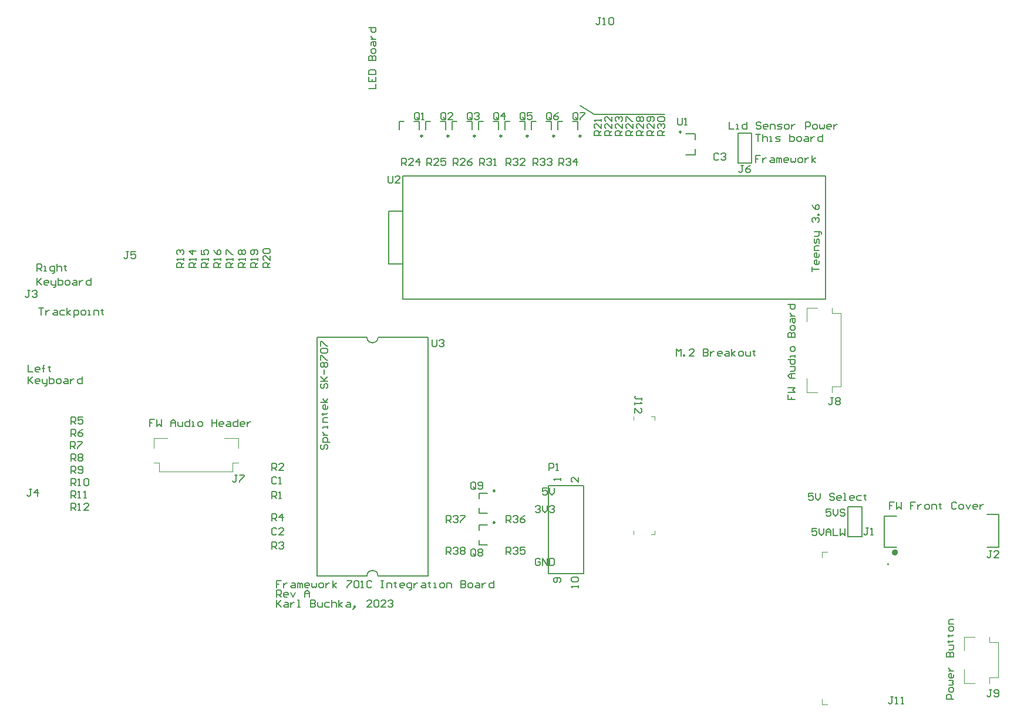
<source format=gto>
G04*
G04 #@! TF.GenerationSoftware,Altium Limited,Altium Designer,18.0.12 (696)*
G04*
G04 Layer_Color=65535*
%FSLAX25Y25*%
%MOIN*%
G70*
G01*
G75*
%ADD10C,0.00787*%
%ADD11C,0.01968*%
%ADD12C,0.00984*%
%ADD13C,0.00394*%
%ADD14C,0.00800*%
D10*
X401108Y215268D02*
G03*
X407333Y215268I3112J0D01*
G01*
Y79835D02*
G03*
X401108Y79835I-3112J0D01*
G01*
X372724Y215268D02*
X401108D01*
X372724Y79835D02*
Y215268D01*
X407333D02*
X435716D01*
X372724Y79835D02*
X401108D01*
X407333D02*
X435716D01*
Y215268D01*
X674063Y101976D02*
X681937D01*
X674063Y118905D02*
X681937D01*
X674063Y101976D02*
Y118905D01*
X681937Y101976D02*
Y118905D01*
X611592Y331465D02*
X619466D01*
X611592Y314535D02*
X619466D01*
Y331465D01*
X611592Y314535D02*
Y331465D01*
X759858Y96055D02*
Y114756D01*
X752969D02*
X759858D01*
X752969Y96055D02*
X759858D01*
X694898Y113772D02*
X701787D01*
X694898Y96055D02*
X701787D01*
X694898D02*
Y113772D01*
X464850Y97260D02*
X469575D01*
X464850D02*
Y100213D01*
Y108677D02*
X469575D01*
X464850Y105724D02*
Y108677D01*
Y115291D02*
X469575D01*
X464850D02*
Y118244D01*
Y126709D02*
X469575D01*
X464850Y123756D02*
Y126709D01*
X421417Y237112D02*
Y307112D01*
Y237112D02*
X661417D01*
Y307112D01*
X428917D02*
X661417D01*
X421417D02*
X428917D01*
X413417Y257112D02*
Y287112D01*
Y257112D02*
X421417D01*
X413417Y287112D02*
X421417D01*
X509291Y333425D02*
Y338150D01*
X512244D01*
X520709Y333425D02*
Y338150D01*
X517756D02*
X520709D01*
X494291Y333425D02*
Y338150D01*
X497244D01*
X505709Y333425D02*
Y338150D01*
X502756D02*
X505709D01*
X479291Y333425D02*
Y338150D01*
X482244D01*
X490709Y333425D02*
Y338150D01*
X487756D02*
X490709D01*
X464291Y333425D02*
Y338150D01*
X467244D01*
X475709Y333425D02*
Y338150D01*
X472756D02*
X475709D01*
X449291Y333425D02*
Y338150D01*
X452244D01*
X460709Y333425D02*
Y338150D01*
X457756D02*
X460709D01*
X434291Y333425D02*
Y338150D01*
X437244D01*
X445709Y333425D02*
Y338150D01*
X442756D02*
X445709D01*
X419291Y333425D02*
Y338150D01*
X422244D01*
X430709Y333425D02*
Y338150D01*
X427756D02*
X430709D01*
X587543Y318898D02*
Y322244D01*
X582031Y318898D02*
X587543D01*
Y327756D02*
Y331102D01*
X582031D02*
X587543D01*
X504000Y81000D02*
Y131000D01*
X524000Y81000D02*
Y131000D01*
X504000D02*
X524000D01*
X504000Y81000D02*
X524000D01*
D11*
X701590Y93102D02*
G03*
X701590Y93102I-787J0D01*
G01*
D12*
X473709Y110055D02*
G03*
X473709Y110055I-492J0D01*
G01*
Y128087D02*
G03*
X473709Y128087I-492J0D01*
G01*
X522579Y329784D02*
G03*
X522579Y329784I-492J0D01*
G01*
X507579D02*
G03*
X507579Y329784I-492J0D01*
G01*
X492579D02*
G03*
X492579Y329784I-492J0D01*
G01*
X477579D02*
G03*
X477579Y329784I-492J0D01*
G01*
X462579D02*
G03*
X462579Y329784I-492J0D01*
G01*
X447579D02*
G03*
X447579Y329784I-492J0D01*
G01*
X432579D02*
G03*
X432579Y329784I-492J0D01*
G01*
X579472Y332087D02*
G03*
X579472Y332087I-492J0D01*
G01*
D13*
X697315Y86417D02*
G03*
X697315Y86417I-492J0D01*
G01*
X564374Y103520D02*
Y105488D01*
X562405Y103520D02*
X564374D01*
X552563D02*
Y105488D01*
Y168480D02*
Y170449D01*
X562405D02*
X564374D01*
Y168480D02*
Y170449D01*
X759449Y21969D02*
Y42047D01*
X740158Y18819D02*
X746063D01*
X740158D02*
Y26693D01*
X754331Y18819D02*
Y21969D01*
X759449D01*
X754331Y42047D02*
X759449D01*
X754331D02*
Y45197D01*
X740158Y37323D02*
Y45197D01*
X746063D01*
X327984Y152307D02*
Y158213D01*
X320110D02*
X327984D01*
X324835Y144039D02*
X327984D01*
X324835Y138921D02*
Y144039D01*
X303969Y138921D02*
X324835D01*
X283102D02*
X303969D01*
X283102D02*
Y144039D01*
X279953D02*
X283102D01*
X279953Y158213D02*
X287827D01*
X279953Y152307D02*
Y158213D01*
X650787Y184173D02*
X656693D01*
X650787D02*
Y192047D01*
X664961Y184173D02*
Y187323D01*
X670079D01*
Y208189D01*
Y229055D01*
X664961D02*
X670079D01*
X664961D02*
Y232205D01*
X650787Y224331D02*
Y232205D01*
X656693D01*
X659421Y93307D02*
X662374D01*
X659421Y90354D02*
Y93307D01*
Y6693D02*
Y9646D01*
Y6693D02*
X662374D01*
D14*
X522000Y347000D02*
X530000Y342000D01*
X570000D01*
X656466Y106799D02*
X653800D01*
Y104799D01*
X655133Y105466D01*
X655799D01*
X656466Y104799D01*
Y103466D01*
X655799Y102800D01*
X654466D01*
X653800Y103466D01*
X657799Y106799D02*
Y104133D01*
X659132Y102800D01*
X660464Y104133D01*
Y106799D01*
X661797Y102800D02*
Y105466D01*
X663130Y106799D01*
X664463Y105466D01*
Y102800D01*
Y104799D01*
X661797D01*
X665796Y106799D02*
Y102800D01*
X668462D01*
X669795Y106799D02*
Y102800D01*
X671128Y104133D01*
X672461Y102800D01*
Y106799D01*
X214800Y232132D02*
X217466D01*
X216133D01*
Y228133D01*
X218799Y230799D02*
Y228133D01*
Y229466D01*
X219465Y230132D01*
X220132Y230799D01*
X220798D01*
X223464D02*
X224797D01*
X225463Y230132D01*
Y228133D01*
X223464D01*
X222797Y228799D01*
X223464Y229466D01*
X225463D01*
X229462Y230799D02*
X227463D01*
X226796Y230132D01*
Y228799D01*
X227463Y228133D01*
X229462D01*
X230795D02*
Y232132D01*
Y229466D02*
X232794Y230799D01*
X230795Y229466D02*
X232794Y228133D01*
X234794Y226800D02*
Y230799D01*
X236793D01*
X237459Y230132D01*
Y228799D01*
X236793Y228133D01*
X234794D01*
X239459D02*
X240792D01*
X241458Y228799D01*
Y230132D01*
X240792Y230799D01*
X239459D01*
X238792Y230132D01*
Y228799D01*
X239459Y228133D01*
X242791D02*
X244124D01*
X243457D01*
Y230799D01*
X242791D01*
X246123Y228133D02*
Y230799D01*
X248123D01*
X248789Y230132D01*
Y228133D01*
X250788Y231465D02*
Y230799D01*
X250122D01*
X251455D01*
X250788D01*
Y228799D01*
X251455Y228133D01*
X576800Y204800D02*
Y208799D01*
X578133Y207466D01*
X579466Y208799D01*
Y204800D01*
X580799D02*
Y205466D01*
X581465D01*
Y204800D01*
X580799D01*
X586797D02*
X584131D01*
X586797Y207466D01*
Y208132D01*
X586130Y208799D01*
X584797D01*
X584131Y208132D01*
X592128Y208799D02*
Y204800D01*
X594128D01*
X594794Y205466D01*
Y206133D01*
X594128Y206799D01*
X592128D01*
X594128D01*
X594794Y207466D01*
Y208132D01*
X594128Y208799D01*
X592128D01*
X596127Y207466D02*
Y204800D01*
Y206133D01*
X596794Y206799D01*
X597460Y207466D01*
X598127D01*
X602125Y204800D02*
X600792D01*
X600126Y205466D01*
Y206799D01*
X600792Y207466D01*
X602125D01*
X602792Y206799D01*
Y206133D01*
X600126D01*
X604791Y207466D02*
X606124D01*
X606790Y206799D01*
Y204800D01*
X604791D01*
X604124Y205466D01*
X604791Y206133D01*
X606790D01*
X608123Y204800D02*
Y208799D01*
Y206133D02*
X610123Y207466D01*
X608123Y206133D02*
X610123Y204800D01*
X612788D02*
X614121D01*
X614788Y205466D01*
Y206799D01*
X614121Y207466D01*
X612788D01*
X612122Y206799D01*
Y205466D01*
X612788Y204800D01*
X616121Y207466D02*
Y205466D01*
X616787Y204800D01*
X618786D01*
Y207466D01*
X620786Y208132D02*
Y207466D01*
X620119D01*
X621452D01*
X620786D01*
Y205466D01*
X621452Y204800D01*
X653868Y252800D02*
Y255466D01*
Y254133D01*
X657867D01*
Y258798D02*
Y257465D01*
X657201Y256799D01*
X655868D01*
X655201Y257465D01*
Y258798D01*
X655868Y259465D01*
X656534D01*
Y256799D01*
X657867Y262797D02*
Y261464D01*
X657201Y260797D01*
X655868D01*
X655201Y261464D01*
Y262797D01*
X655868Y263463D01*
X656534D01*
Y260797D01*
X657867Y264796D02*
X655201D01*
Y266795D01*
X655868Y267462D01*
X657867D01*
Y268795D02*
Y270794D01*
X657201Y271461D01*
X656534Y270794D01*
Y269461D01*
X655868Y268795D01*
X655201Y269461D01*
Y271461D01*
Y272794D02*
X657201D01*
X657867Y273460D01*
Y275459D01*
X658534D01*
X659200Y274793D01*
Y274127D01*
X657867Y275459D02*
X655201D01*
X654535Y280791D02*
X653868Y281457D01*
Y282790D01*
X654535Y283457D01*
X655201D01*
X655868Y282790D01*
Y282124D01*
Y282790D01*
X656534Y283457D01*
X657201D01*
X657867Y282790D01*
Y281457D01*
X657201Y280791D01*
X657867Y284790D02*
X657201D01*
Y285456D01*
X657867D01*
Y284790D01*
X653868Y290788D02*
X654535Y289455D01*
X655868Y288122D01*
X657201D01*
X657867Y288788D01*
Y290121D01*
X657201Y290788D01*
X656534D01*
X655868Y290121D01*
Y288122D01*
X402201Y356800D02*
X406200D01*
Y359466D01*
X402201Y363464D02*
Y360799D01*
X406200D01*
Y363464D01*
X404201Y360799D02*
Y362132D01*
X402201Y364797D02*
X406200D01*
Y366797D01*
X405534Y367463D01*
X402868D01*
X402201Y366797D01*
Y364797D01*
Y372795D02*
X406200D01*
Y374794D01*
X405534Y375461D01*
X404867D01*
X404201Y374794D01*
Y372795D01*
Y374794D01*
X403534Y375461D01*
X402868D01*
X402201Y374794D01*
Y372795D01*
X406200Y377460D02*
Y378793D01*
X405534Y379459D01*
X404201D01*
X403534Y378793D01*
Y377460D01*
X404201Y376794D01*
X405534D01*
X406200Y377460D01*
X403534Y381459D02*
Y382792D01*
X404201Y383458D01*
X406200D01*
Y381459D01*
X405534Y380792D01*
X404867Y381459D01*
Y383458D01*
X403534Y384791D02*
X406200D01*
X404867D01*
X404201Y385457D01*
X403534Y386124D01*
Y386790D01*
X402201Y391456D02*
X406200D01*
Y389456D01*
X405534Y388790D01*
X404201D01*
X403534Y389456D01*
Y391456D01*
X664466Y117799D02*
X661800D01*
Y115799D01*
X663133Y116466D01*
X663799D01*
X664466Y115799D01*
Y114467D01*
X663799Y113800D01*
X662466D01*
X661800Y114467D01*
X665799Y117799D02*
Y115133D01*
X667132Y113800D01*
X668465Y115133D01*
Y117799D01*
X672463Y117132D02*
X671797Y117799D01*
X670464D01*
X669797Y117132D01*
Y116466D01*
X670464Y115799D01*
X671797D01*
X672463Y115133D01*
Y114467D01*
X671797Y113800D01*
X670464D01*
X669797Y114467D01*
X606800Y337799D02*
Y333800D01*
X609466D01*
X610799D02*
X612132D01*
X611465D01*
Y336466D01*
X610799D01*
X616797Y337799D02*
Y333800D01*
X614797D01*
X614131Y334466D01*
Y335799D01*
X614797Y336466D01*
X616797D01*
X624794Y337132D02*
X624128Y337799D01*
X622795D01*
X622128Y337132D01*
Y336466D01*
X622795Y335799D01*
X624128D01*
X624794Y335133D01*
Y334466D01*
X624128Y333800D01*
X622795D01*
X622128Y334466D01*
X628126Y333800D02*
X626793D01*
X626127Y334466D01*
Y335799D01*
X626793Y336466D01*
X628126D01*
X628793Y335799D01*
Y335133D01*
X626127D01*
X630126Y333800D02*
Y336466D01*
X632125D01*
X632792Y335799D01*
Y333800D01*
X634125D02*
X636124D01*
X636790Y334466D01*
X636124Y335133D01*
X634791D01*
X634125Y335799D01*
X634791Y336466D01*
X636790D01*
X638790Y333800D02*
X640123D01*
X640789Y334466D01*
Y335799D01*
X640123Y336466D01*
X638790D01*
X638123Y335799D01*
Y334466D01*
X638790Y333800D01*
X642122Y336466D02*
Y333800D01*
Y335133D01*
X642788Y335799D01*
X643455Y336466D01*
X644121D01*
X650119Y333800D02*
Y337799D01*
X652119D01*
X652785Y337132D01*
Y335799D01*
X652119Y335133D01*
X650119D01*
X654784Y333800D02*
X656117D01*
X656784Y334466D01*
Y335799D01*
X656117Y336466D01*
X654784D01*
X654118Y335799D01*
Y334466D01*
X654784Y333800D01*
X658117Y336466D02*
Y334466D01*
X658783Y333800D01*
X659450Y334466D01*
X660116Y333800D01*
X660783Y334466D01*
Y336466D01*
X664115Y333800D02*
X662782D01*
X662115Y334466D01*
Y335799D01*
X662782Y336466D01*
X664115D01*
X664781Y335799D01*
Y335133D01*
X662115D01*
X666114Y336466D02*
Y333800D01*
Y335133D01*
X666781Y335799D01*
X667447Y336466D01*
X668114D01*
X503466Y129799D02*
X500800D01*
Y127799D01*
X502133Y128466D01*
X502799D01*
X503466Y127799D01*
Y126467D01*
X502799Y125800D01*
X501466D01*
X500800Y126467D01*
X504799Y129799D02*
Y127133D01*
X506132Y125800D01*
X507465Y127133D01*
Y129799D01*
X375535Y154466D02*
X374868Y153799D01*
Y152466D01*
X375535Y151800D01*
X376201D01*
X376868Y152466D01*
Y153799D01*
X377534Y154466D01*
X378201D01*
X378867Y153799D01*
Y152466D01*
X378201Y151800D01*
X380200Y155799D02*
X376201D01*
Y157798D01*
X376868Y158465D01*
X378201D01*
X378867Y157798D01*
Y155799D01*
X376201Y159797D02*
X378867D01*
X377534D01*
X376868Y160464D01*
X376201Y161130D01*
Y161797D01*
X378867Y163796D02*
Y165129D01*
Y164463D01*
X376201D01*
Y163796D01*
X378867Y167128D02*
X376201D01*
Y169128D01*
X376868Y169794D01*
X378867D01*
X375535Y171794D02*
X376201D01*
Y171127D01*
Y172460D01*
Y171794D01*
X378201D01*
X378867Y172460D01*
Y176459D02*
Y175126D01*
X378201Y174459D01*
X376868D01*
X376201Y175126D01*
Y176459D01*
X376868Y177125D01*
X377534D01*
Y174459D01*
X378867Y178458D02*
X374868D01*
X377534D02*
X376201Y180457D01*
X377534Y178458D02*
X378867Y180457D01*
X375535Y189121D02*
X374868Y188455D01*
Y187122D01*
X375535Y186456D01*
X376201D01*
X376868Y187122D01*
Y188455D01*
X377534Y189121D01*
X378201D01*
X378867Y188455D01*
Y187122D01*
X378201Y186456D01*
X374868Y190454D02*
X378867D01*
X377534D01*
X374868Y193120D01*
X376868Y191121D01*
X378867Y193120D01*
X376868Y194453D02*
Y197119D01*
X375535Y198452D02*
X374868Y199118D01*
Y200451D01*
X375535Y201117D01*
X376201D01*
X376868Y200451D01*
X377534Y201117D01*
X378201D01*
X378867Y200451D01*
Y199118D01*
X378201Y198452D01*
X377534D01*
X376868Y199118D01*
X376201Y198452D01*
X375535D01*
X376868Y199118D02*
Y200451D01*
X374868Y202450D02*
Y205116D01*
X375535D01*
X378201Y202450D01*
X378867D01*
X375535Y206449D02*
X374868Y207116D01*
Y208448D01*
X375535Y209115D01*
X378201D01*
X378867Y208448D01*
Y207116D01*
X378201Y206449D01*
X375535D01*
X374868Y210448D02*
Y213113D01*
X375535D01*
X378201Y210448D01*
X378867D01*
X640033Y182697D02*
Y180032D01*
X642032D01*
Y181364D01*
Y180032D01*
X644031D01*
X640033Y184030D02*
X644031D01*
X642699Y185363D01*
X644031Y186696D01*
X640033D01*
X644031Y192028D02*
X641366D01*
X640033Y193360D01*
X641366Y194693D01*
X644031D01*
X642032D01*
Y192028D01*
X641366Y196026D02*
X643365D01*
X644031Y196693D01*
Y198692D01*
X641366D01*
X640033Y202691D02*
X644031D01*
Y200692D01*
X643365Y200025D01*
X642032D01*
X641366Y200692D01*
Y202691D01*
X644031Y204024D02*
Y205357D01*
Y204690D01*
X641366D01*
Y204024D01*
X644031Y208022D02*
Y209355D01*
X643365Y210022D01*
X642032D01*
X641366Y209355D01*
Y208022D01*
X642032Y207356D01*
X643365D01*
X644031Y208022D01*
X640033Y215353D02*
X644031D01*
Y217353D01*
X643365Y218019D01*
X642699D01*
X642032Y217353D01*
Y215353D01*
Y217353D01*
X641366Y218019D01*
X640699D01*
X640033Y217353D01*
Y215353D01*
X644031Y220019D02*
Y221352D01*
X643365Y222018D01*
X642032D01*
X641366Y221352D01*
Y220019D01*
X642032Y219352D01*
X643365D01*
X644031Y220019D01*
X641366Y224017D02*
Y225350D01*
X642032Y226017D01*
X644031D01*
Y224017D01*
X643365Y223351D01*
X642699Y224017D01*
Y226017D01*
X641366Y227350D02*
X644031D01*
X642699D01*
X642032Y228016D01*
X641366Y228682D01*
Y229349D01*
X640033Y234014D02*
X644031D01*
Y232015D01*
X643365Y231348D01*
X642032D01*
X641366Y232015D01*
Y234014D01*
X208800Y199850D02*
Y195851D01*
X211466D01*
X214798D02*
X213465D01*
X212799Y196518D01*
Y197851D01*
X213465Y198517D01*
X214798D01*
X215464Y197851D01*
Y197184D01*
X212799D01*
X217464Y195851D02*
Y199184D01*
Y197851D01*
X216797D01*
X218130D01*
X217464D01*
Y199184D01*
X218130Y199850D01*
X220796Y199184D02*
Y198517D01*
X220130D01*
X221463D01*
X220796D01*
Y196518D01*
X221463Y195851D01*
X208800Y193132D02*
Y189133D01*
Y190466D01*
X211466Y193132D01*
X209466Y191132D01*
X211466Y189133D01*
X214798D02*
X213465D01*
X212799Y189799D01*
Y191132D01*
X213465Y191799D01*
X214798D01*
X215464Y191132D01*
Y190466D01*
X212799D01*
X216797Y191799D02*
Y189799D01*
X217464Y189133D01*
X219463D01*
Y188467D01*
X218797Y187800D01*
X218130D01*
X219463Y189133D02*
Y191799D01*
X220796Y193132D02*
Y189133D01*
X222796D01*
X223462Y189799D01*
Y190466D01*
Y191132D01*
X222796Y191799D01*
X220796D01*
X225461Y189133D02*
X226794D01*
X227461Y189799D01*
Y191132D01*
X226794Y191799D01*
X225461D01*
X224795Y191132D01*
Y189799D01*
X225461Y189133D01*
X229460Y191799D02*
X230793D01*
X231459Y191132D01*
Y189133D01*
X229460D01*
X228794Y189799D01*
X229460Y190466D01*
X231459D01*
X232792Y191799D02*
Y189133D01*
Y190466D01*
X233459Y191132D01*
X234125Y191799D01*
X234792D01*
X239457Y193132D02*
Y189133D01*
X237457D01*
X236791Y189799D01*
Y191132D01*
X237457Y191799D01*
X239457D01*
X700466Y121799D02*
X697800D01*
Y119799D01*
X699133D01*
X697800D01*
Y117800D01*
X701799Y121799D02*
Y117800D01*
X703132Y119133D01*
X704464Y117800D01*
Y121799D01*
X712462D02*
X709796D01*
Y119799D01*
X711129D01*
X709796D01*
Y117800D01*
X713795Y120466D02*
Y117800D01*
Y119133D01*
X714461Y119799D01*
X715128Y120466D01*
X715794D01*
X718460Y117800D02*
X719793D01*
X720459Y118466D01*
Y119799D01*
X719793Y120466D01*
X718460D01*
X717794Y119799D01*
Y118466D01*
X718460Y117800D01*
X721792D02*
Y120466D01*
X723792D01*
X724458Y119799D01*
Y117800D01*
X726457Y121132D02*
Y120466D01*
X725791D01*
X727124D01*
X726457D01*
Y118466D01*
X727124Y117800D01*
X735788Y121132D02*
X735121Y121799D01*
X733788D01*
X733122Y121132D01*
Y118466D01*
X733788Y117800D01*
X735121D01*
X735788Y118466D01*
X737787Y117800D02*
X739120D01*
X739786Y118466D01*
Y119799D01*
X739120Y120466D01*
X737787D01*
X737121Y119799D01*
Y118466D01*
X737787Y117800D01*
X741119Y120466D02*
X742452Y117800D01*
X743785Y120466D01*
X747117Y117800D02*
X745785D01*
X745118Y118466D01*
Y119799D01*
X745785Y120466D01*
X747117D01*
X747784Y119799D01*
Y119133D01*
X745118D01*
X749117Y120466D02*
Y117800D01*
Y119133D01*
X749783Y119799D01*
X750450Y120466D01*
X751116D01*
X352466Y77132D02*
X349800D01*
Y75132D01*
X351133D01*
X349800D01*
Y73133D01*
X353799Y75799D02*
Y73133D01*
Y74466D01*
X354465Y75132D01*
X355132Y75799D01*
X355798D01*
X358464D02*
X359797D01*
X360463Y75132D01*
Y73133D01*
X358464D01*
X357797Y73799D01*
X358464Y74466D01*
X360463D01*
X361796Y73133D02*
Y75799D01*
X362463D01*
X363129Y75132D01*
Y73133D01*
Y75132D01*
X363795Y75799D01*
X364462Y75132D01*
Y73133D01*
X367794D02*
X366461D01*
X365795Y73799D01*
Y75132D01*
X366461Y75799D01*
X367794D01*
X368461Y75132D01*
Y74466D01*
X365795D01*
X369794Y75799D02*
Y73799D01*
X370460Y73133D01*
X371127Y73799D01*
X371793Y73133D01*
X372459Y73799D01*
Y75799D01*
X374459Y73133D02*
X375792D01*
X376458Y73799D01*
Y75132D01*
X375792Y75799D01*
X374459D01*
X373792Y75132D01*
Y73799D01*
X374459Y73133D01*
X377791Y75799D02*
Y73133D01*
Y74466D01*
X378457Y75132D01*
X379124Y75799D01*
X379790D01*
X381790Y73133D02*
Y77132D01*
Y74466D02*
X383789Y75799D01*
X381790Y74466D02*
X383789Y73133D01*
X389787Y77132D02*
X392453D01*
Y76465D01*
X389787Y73799D01*
Y73133D01*
X393786Y76465D02*
X394452Y77132D01*
X395785D01*
X396452Y76465D01*
Y73799D01*
X395785Y73133D01*
X394452D01*
X393786Y73799D01*
Y76465D01*
X397784Y73133D02*
X399117D01*
X398451D01*
Y77132D01*
X397784Y76465D01*
X403783D02*
X403116Y77132D01*
X401783D01*
X401117Y76465D01*
Y73799D01*
X401783Y73133D01*
X403116D01*
X403783Y73799D01*
X409114Y77132D02*
X410447D01*
X409781D01*
Y73133D01*
X409114D01*
X410447D01*
X412446D02*
Y75799D01*
X414446D01*
X415112Y75132D01*
Y73133D01*
X417112Y76465D02*
Y75799D01*
X416445D01*
X417778D01*
X417112D01*
Y73799D01*
X417778Y73133D01*
X421777D02*
X420444D01*
X419777Y73799D01*
Y75132D01*
X420444Y75799D01*
X421777D01*
X422443Y75132D01*
Y74466D01*
X419777D01*
X425109Y71800D02*
X425775D01*
X426442Y72466D01*
Y75799D01*
X424443D01*
X423776Y75132D01*
Y73799D01*
X424443Y73133D01*
X426442D01*
X427775Y75799D02*
Y73133D01*
Y74466D01*
X428441Y75132D01*
X429108Y75799D01*
X429774D01*
X432440D02*
X433773D01*
X434439Y75132D01*
Y73133D01*
X432440D01*
X431774Y73799D01*
X432440Y74466D01*
X434439D01*
X436439Y76465D02*
Y75799D01*
X435772D01*
X437105D01*
X436439D01*
Y73799D01*
X437105Y73133D01*
X439105D02*
X440437D01*
X439771D01*
Y75799D01*
X439105D01*
X443103Y73133D02*
X444436D01*
X445103Y73799D01*
Y75132D01*
X444436Y75799D01*
X443103D01*
X442437Y75132D01*
Y73799D01*
X443103Y73133D01*
X446435D02*
Y75799D01*
X448435D01*
X449101Y75132D01*
Y73133D01*
X454433Y77132D02*
Y73133D01*
X456432D01*
X457099Y73799D01*
Y74466D01*
X456432Y75132D01*
X454433D01*
X456432D01*
X457099Y75799D01*
Y76465D01*
X456432Y77132D01*
X454433D01*
X459098Y73133D02*
X460431D01*
X461097Y73799D01*
Y75132D01*
X460431Y75799D01*
X459098D01*
X458432Y75132D01*
Y73799D01*
X459098Y73133D01*
X463097Y75799D02*
X464430D01*
X465096Y75132D01*
Y73133D01*
X463097D01*
X462430Y73799D01*
X463097Y74466D01*
X465096D01*
X466429Y75799D02*
Y73133D01*
Y74466D01*
X467096Y75132D01*
X467762Y75799D01*
X468428D01*
X473094Y77132D02*
Y73133D01*
X471094D01*
X470428Y73799D01*
Y75132D01*
X471094Y75799D01*
X473094D01*
X654466Y126799D02*
X651800D01*
Y124799D01*
X653133Y125466D01*
X653799D01*
X654466Y124799D01*
Y123467D01*
X653799Y122800D01*
X652466D01*
X651800Y123467D01*
X655799Y126799D02*
Y124133D01*
X657132Y122800D01*
X658464Y124133D01*
Y126799D01*
X666462Y126132D02*
X665796Y126799D01*
X664463D01*
X663796Y126132D01*
Y125466D01*
X664463Y124799D01*
X665796D01*
X666462Y124133D01*
Y123467D01*
X665796Y122800D01*
X664463D01*
X663796Y123467D01*
X669794Y122800D02*
X668461D01*
X667795Y123467D01*
Y124799D01*
X668461Y125466D01*
X669794D01*
X670461Y124799D01*
Y124133D01*
X667795D01*
X671794Y122800D02*
X673127D01*
X672460D01*
Y126799D01*
X671794D01*
X677125Y122800D02*
X675792D01*
X675126Y123467D01*
Y124799D01*
X675792Y125466D01*
X677125D01*
X677792Y124799D01*
Y124133D01*
X675126D01*
X681790Y125466D02*
X679791D01*
X679124Y124799D01*
Y123467D01*
X679791Y122800D01*
X681790D01*
X683790Y126132D02*
Y125466D01*
X683123D01*
X684456D01*
X683790D01*
Y123467D01*
X684456Y122800D01*
X496800Y119132D02*
X497466Y119799D01*
X498799D01*
X499466Y119132D01*
Y118466D01*
X498799Y117799D01*
X498133D01*
X498799D01*
X499466Y117133D01*
Y116466D01*
X498799Y115800D01*
X497466D01*
X496800Y116466D01*
X500799Y119799D02*
Y117133D01*
X502132Y115800D01*
X503465Y117133D01*
Y119799D01*
X504797Y119132D02*
X505464Y119799D01*
X506797D01*
X507463Y119132D01*
Y118466D01*
X506797Y117799D01*
X506130D01*
X506797D01*
X507463Y117133D01*
Y116466D01*
X506797Y115800D01*
X505464D01*
X504797Y116466D01*
X624466Y318799D02*
X621800D01*
Y316799D01*
X623133D01*
X621800D01*
Y314800D01*
X625799Y317466D02*
Y314800D01*
Y316133D01*
X626465Y316799D01*
X627132Y317466D01*
X627798D01*
X630464D02*
X631797D01*
X632463Y316799D01*
Y314800D01*
X630464D01*
X629797Y315466D01*
X630464Y316133D01*
X632463D01*
X633796Y314800D02*
Y317466D01*
X634463D01*
X635129Y316799D01*
Y314800D01*
Y316799D01*
X635795Y317466D01*
X636462Y316799D01*
Y314800D01*
X639794D02*
X638461D01*
X637795Y315466D01*
Y316799D01*
X638461Y317466D01*
X639794D01*
X640461Y316799D01*
Y316133D01*
X637795D01*
X641793Y317466D02*
Y315466D01*
X642460Y314800D01*
X643126Y315466D01*
X643793Y314800D01*
X644459Y315466D01*
Y317466D01*
X646459Y314800D02*
X647792D01*
X648458Y315466D01*
Y316799D01*
X647792Y317466D01*
X646459D01*
X645792Y316799D01*
Y315466D01*
X646459Y314800D01*
X649791Y317466D02*
Y314800D01*
Y316133D01*
X650457Y316799D01*
X651124Y317466D01*
X651790D01*
X653790Y314800D02*
Y318799D01*
Y316133D02*
X655789Y317466D01*
X653790Y316133D02*
X655789Y314800D01*
X621800Y330799D02*
X624466D01*
X623133D01*
Y326800D01*
X625799Y330799D02*
Y326800D01*
Y328799D01*
X626465Y329466D01*
X627798D01*
X628465Y328799D01*
Y326800D01*
X629797D02*
X631130D01*
X630464D01*
Y329466D01*
X629797D01*
X633130Y326800D02*
X635129D01*
X635795Y327466D01*
X635129Y328133D01*
X633796D01*
X633130Y328799D01*
X633796Y329466D01*
X635795D01*
X641127Y330799D02*
Y326800D01*
X643126D01*
X643793Y327466D01*
Y328133D01*
Y328799D01*
X643126Y329466D01*
X641127D01*
X645792Y326800D02*
X647125D01*
X647792Y327466D01*
Y328799D01*
X647125Y329466D01*
X645792D01*
X645126Y328799D01*
Y327466D01*
X645792Y326800D01*
X649791Y329466D02*
X651124D01*
X651790Y328799D01*
Y326800D01*
X649791D01*
X649124Y327466D01*
X649791Y328133D01*
X651790D01*
X653123Y329466D02*
Y326800D01*
Y328133D01*
X653790Y328799D01*
X654456Y329466D01*
X655123D01*
X659788Y330799D02*
Y326800D01*
X657788D01*
X657122Y327466D01*
Y328799D01*
X657788Y329466D01*
X659788D01*
X499466Y89132D02*
X498799Y89799D01*
X497466D01*
X496800Y89132D01*
Y86466D01*
X497466Y85800D01*
X498799D01*
X499466Y86466D01*
Y87799D01*
X498133D01*
X500799Y85800D02*
Y89799D01*
X503465Y85800D01*
Y89799D01*
X504797D02*
Y85800D01*
X506797D01*
X507463Y86466D01*
Y89132D01*
X506797Y89799D01*
X504797D01*
X734200Y9800D02*
X730201D01*
Y11799D01*
X730868Y12466D01*
X732201D01*
X732867Y11799D01*
Y9800D01*
X734200Y14465D02*
Y15798D01*
X733534Y16465D01*
X732201D01*
X731534Y15798D01*
Y14465D01*
X732201Y13799D01*
X733534D01*
X734200Y14465D01*
X731534Y17797D02*
X733534D01*
X734200Y18464D01*
X733534Y19130D01*
X734200Y19797D01*
X733534Y20463D01*
X731534D01*
X734200Y23796D02*
Y22463D01*
X733534Y21796D01*
X732201D01*
X731534Y22463D01*
Y23796D01*
X732201Y24462D01*
X732867D01*
Y21796D01*
X731534Y25795D02*
X734200D01*
X732867D01*
X732201Y26461D01*
X731534Y27128D01*
Y27794D01*
X730201Y33792D02*
X734200D01*
Y35792D01*
X733534Y36458D01*
X732867D01*
X732201Y35792D01*
Y33792D01*
Y35792D01*
X731534Y36458D01*
X730868D01*
X730201Y35792D01*
Y33792D01*
X731534Y37791D02*
X733534D01*
X734200Y38457D01*
Y40457D01*
X731534D01*
X730868Y42456D02*
X731534D01*
Y41790D01*
Y43123D01*
Y42456D01*
X733534D01*
X734200Y43123D01*
X730868Y45788D02*
X731534D01*
Y45122D01*
Y46455D01*
Y45788D01*
X733534D01*
X734200Y46455D01*
Y49121D02*
Y50454D01*
X733534Y51120D01*
X732201D01*
X731534Y50454D01*
Y49121D01*
X732201Y48454D01*
X733534D01*
X734200Y49121D01*
Y52453D02*
X731534D01*
Y54452D01*
X732201Y55119D01*
X734200D01*
X349800Y67800D02*
Y71799D01*
X351799D01*
X352466Y71132D01*
Y69799D01*
X351799Y69133D01*
X349800D01*
X351133D02*
X352466Y67800D01*
X355798D02*
X354465D01*
X353799Y68466D01*
Y69799D01*
X354465Y70466D01*
X355798D01*
X356465Y69799D01*
Y69133D01*
X353799D01*
X357797Y70466D02*
X359130Y67800D01*
X360463Y70466D01*
X365795Y67800D02*
Y70466D01*
X367128Y71799D01*
X368461Y70466D01*
Y67800D01*
Y69799D01*
X365795D01*
X280466Y168799D02*
X277800D01*
Y166799D01*
X279133D01*
X277800D01*
Y164800D01*
X281799Y168799D02*
Y164800D01*
X283132Y166133D01*
X284465Y164800D01*
Y168799D01*
X289796Y164800D02*
Y167466D01*
X291129Y168799D01*
X292462Y167466D01*
Y164800D01*
Y166799D01*
X289796D01*
X293795Y167466D02*
Y165466D01*
X294461Y164800D01*
X296461D01*
Y167466D01*
X300459Y168799D02*
Y164800D01*
X298460D01*
X297794Y165466D01*
Y166799D01*
X298460Y167466D01*
X300459D01*
X301792Y164800D02*
X303125D01*
X302459D01*
Y167466D01*
X301792D01*
X305791Y164800D02*
X307124D01*
X307790Y165466D01*
Y166799D01*
X307124Y167466D01*
X305791D01*
X305124Y166799D01*
Y165466D01*
X305791Y164800D01*
X313122Y168799D02*
Y164800D01*
Y166799D01*
X315788D01*
Y168799D01*
Y164800D01*
X319120D02*
X317787D01*
X317121Y165466D01*
Y166799D01*
X317787Y167466D01*
X319120D01*
X319787Y166799D01*
Y166133D01*
X317121D01*
X321786Y167466D02*
X323119D01*
X323785Y166799D01*
Y164800D01*
X321786D01*
X321119Y165466D01*
X321786Y166133D01*
X323785D01*
X327784Y168799D02*
Y164800D01*
X325784D01*
X325118Y165466D01*
Y166799D01*
X325784Y167466D01*
X327784D01*
X331116Y164800D02*
X329783D01*
X329117Y165466D01*
Y166799D01*
X329783Y167466D01*
X331116D01*
X331783Y166799D01*
Y166133D01*
X329117D01*
X333116Y167466D02*
Y164800D01*
Y166133D01*
X333782Y166799D01*
X334448Y167466D01*
X335115D01*
X349800Y66132D02*
Y62133D01*
Y63466D01*
X352466Y66132D01*
X350466Y64132D01*
X352466Y62133D01*
X354465Y64799D02*
X355798D01*
X356465Y64132D01*
Y62133D01*
X354465D01*
X353799Y62799D01*
X354465Y63466D01*
X356465D01*
X357797Y64799D02*
Y62133D01*
Y63466D01*
X358464Y64132D01*
X359130Y64799D01*
X359797D01*
X361796Y62133D02*
X363129D01*
X362463D01*
Y66132D01*
X361796D01*
X369127D02*
Y62133D01*
X371127D01*
X371793Y62799D01*
Y63466D01*
X371127Y64132D01*
X369127D01*
X371127D01*
X371793Y64799D01*
Y65465D01*
X371127Y66132D01*
X369127D01*
X373126Y64799D02*
Y62799D01*
X373792Y62133D01*
X375792D01*
Y64799D01*
X379790D02*
X377791D01*
X377125Y64132D01*
Y62799D01*
X377791Y62133D01*
X379790D01*
X381123Y66132D02*
Y62133D01*
Y64132D01*
X381790Y64799D01*
X383123D01*
X383789Y64132D01*
Y62133D01*
X385122D02*
Y66132D01*
Y63466D02*
X387121Y64799D01*
X385122Y63466D02*
X387121Y62133D01*
X389787Y64799D02*
X391120D01*
X391787Y64132D01*
Y62133D01*
X389787D01*
X389121Y62799D01*
X389787Y63466D01*
X391787D01*
X393786Y61466D02*
X394452Y62133D01*
Y62799D01*
X393786D01*
Y62133D01*
X394452D01*
X393786Y61466D01*
X393119Y60800D01*
X403783Y62133D02*
X401117D01*
X403783Y64799D01*
Y65465D01*
X403116Y66132D01*
X401783D01*
X401117Y65465D01*
X405116D02*
X405782Y66132D01*
X407115D01*
X407781Y65465D01*
Y62799D01*
X407115Y62133D01*
X405782D01*
X405116Y62799D01*
Y65465D01*
X411780Y62133D02*
X409114D01*
X411780Y64799D01*
Y65465D01*
X411114Y66132D01*
X409781D01*
X409114Y65465D01*
X413113D02*
X413779Y66132D01*
X415112D01*
X415779Y65465D01*
Y64799D01*
X415112Y64132D01*
X414446D01*
X415112D01*
X415779Y63466D01*
Y62799D01*
X415112Y62133D01*
X413779D01*
X413113Y62799D01*
X213800Y253184D02*
Y257183D01*
X215799D01*
X216466Y256517D01*
Y255184D01*
X215799Y254517D01*
X213800D01*
X215133D02*
X216466Y253184D01*
X217799D02*
X219132D01*
X218465D01*
Y255850D01*
X217799D01*
X222464Y251851D02*
X223130D01*
X223797Y252518D01*
Y255850D01*
X221797D01*
X221131Y255184D01*
Y253851D01*
X221797Y253184D01*
X223797D01*
X225130Y257183D02*
Y253184D01*
Y255184D01*
X225796Y255850D01*
X227129D01*
X227796Y255184D01*
Y253184D01*
X229795Y256517D02*
Y255850D01*
X229128D01*
X230461D01*
X229795D01*
Y253851D01*
X230461Y253184D01*
X213800Y249132D02*
Y245133D01*
Y246466D01*
X216466Y249132D01*
X214466Y247132D01*
X216466Y245133D01*
X219798D02*
X218465D01*
X217799Y245799D01*
Y247132D01*
X218465Y247799D01*
X219798D01*
X220464Y247132D01*
Y246466D01*
X217799D01*
X221797Y247799D02*
Y245799D01*
X222464Y245133D01*
X224463D01*
Y244466D01*
X223797Y243800D01*
X223130D01*
X224463Y245133D02*
Y247799D01*
X225796Y249132D02*
Y245133D01*
X227796D01*
X228462Y245799D01*
Y246466D01*
Y247132D01*
X227796Y247799D01*
X225796D01*
X230461Y245133D02*
X231794D01*
X232461Y245799D01*
Y247132D01*
X231794Y247799D01*
X230461D01*
X229795Y247132D01*
Y245799D01*
X230461Y245133D01*
X234460Y247799D02*
X235793D01*
X236459Y247132D01*
Y245133D01*
X234460D01*
X233794Y245799D01*
X234460Y246466D01*
X236459D01*
X237792Y247799D02*
Y245133D01*
Y246466D01*
X238459Y247132D01*
X239125Y247799D01*
X239792D01*
X244457Y249132D02*
Y245133D01*
X242457D01*
X241791Y245799D01*
Y247132D01*
X242457Y247799D01*
X244457D01*
X521000Y73000D02*
Y74333D01*
Y73666D01*
X517001D01*
X517668Y73000D01*
Y76332D02*
X517001Y76999D01*
Y78332D01*
X517668Y78998D01*
X520334D01*
X521000Y78332D01*
Y76999D01*
X520334Y76332D01*
X517668D01*
X510334Y76000D02*
X511000Y76666D01*
Y77999D01*
X510334Y78666D01*
X507668D01*
X507001Y77999D01*
Y76666D01*
X507668Y76000D01*
X508334D01*
X509001Y76666D01*
Y78666D01*
X511000Y134000D02*
Y135333D01*
Y134667D01*
X507001D01*
X507668Y134000D01*
X521000Y135666D02*
Y133000D01*
X518334Y135666D01*
X517668D01*
X517001Y134999D01*
Y133667D01*
X517668Y133000D01*
X556999Y179555D02*
Y180888D01*
Y180221D01*
X553666D01*
X553000Y180888D01*
Y181554D01*
X553666Y182220D01*
X553000Y178222D02*
Y176889D01*
Y177555D01*
X556999D01*
X556332Y178222D01*
X553000Y172224D02*
Y174890D01*
X555666Y172224D01*
X556332D01*
X556999Y172890D01*
Y174223D01*
X556332Y174890D01*
X699666Y10999D02*
X698333D01*
X698999D01*
Y7666D01*
X698333Y7000D01*
X697666D01*
X697000Y7666D01*
X700999Y7000D02*
X702332D01*
X701665D01*
Y10999D01*
X700999Y10332D01*
X704331Y7000D02*
X705664D01*
X704997D01*
Y10999D01*
X704331Y10332D01*
X755666Y14999D02*
X754333D01*
X754999D01*
Y11666D01*
X754333Y11000D01*
X753666D01*
X753000Y11666D01*
X756999D02*
X757665Y11000D01*
X758998D01*
X759664Y11666D01*
Y14332D01*
X758998Y14999D01*
X757665D01*
X756999Y14332D01*
Y13666D01*
X757665Y12999D01*
X759664D01*
X665666Y180999D02*
X664333D01*
X664999D01*
Y177666D01*
X664333Y177000D01*
X663666D01*
X663000Y177666D01*
X666999Y180332D02*
X667665Y180999D01*
X668998D01*
X669664Y180332D01*
Y179666D01*
X668998Y178999D01*
X669664Y178333D01*
Y177666D01*
X668998Y177000D01*
X667665D01*
X666999Y177666D01*
Y178333D01*
X667665Y178999D01*
X666999Y179666D01*
Y180332D01*
X667665Y178999D02*
X668998D01*
X577300Y339899D02*
Y336566D01*
X577966Y335900D01*
X579299D01*
X579966Y336566D01*
Y339899D01*
X581299Y335900D02*
X582632D01*
X581965D01*
Y339899D01*
X581299Y339232D01*
X438000Y213999D02*
Y210666D01*
X438666Y210000D01*
X439999D01*
X440666Y210666D01*
Y213999D01*
X441999Y213332D02*
X442665Y213999D01*
X443998D01*
X444664Y213332D01*
Y212666D01*
X443998Y211999D01*
X443332D01*
X443998D01*
X444664Y211333D01*
Y210666D01*
X443998Y210000D01*
X442665D01*
X441999Y210666D01*
X413000Y306999D02*
Y303666D01*
X413666Y303000D01*
X414999D01*
X415666Y303666D01*
Y306999D01*
X419664Y303000D02*
X416999D01*
X419664Y305666D01*
Y306332D01*
X418998Y306999D01*
X417665D01*
X416999Y306332D01*
X446000Y92000D02*
Y95999D01*
X447999D01*
X448666Y95332D01*
Y93999D01*
X447999Y93333D01*
X446000D01*
X447333D02*
X448666Y92000D01*
X449999Y95332D02*
X450665Y95999D01*
X451998D01*
X452665Y95332D01*
Y94666D01*
X451998Y93999D01*
X451332D01*
X451998D01*
X452665Y93333D01*
Y92666D01*
X451998Y92000D01*
X450665D01*
X449999Y92666D01*
X453997Y95332D02*
X454664Y95999D01*
X455997D01*
X456663Y95332D01*
Y94666D01*
X455997Y93999D01*
X456663Y93333D01*
Y92666D01*
X455997Y92000D01*
X454664D01*
X453997Y92666D01*
Y93333D01*
X454664Y93999D01*
X453997Y94666D01*
Y95332D01*
X454664Y93999D02*
X455997D01*
X446000Y110000D02*
Y113999D01*
X447999D01*
X448666Y113332D01*
Y111999D01*
X447999Y111333D01*
X446000D01*
X447333D02*
X448666Y110000D01*
X449999Y113332D02*
X450665Y113999D01*
X451998D01*
X452665Y113332D01*
Y112666D01*
X451998Y111999D01*
X451332D01*
X451998D01*
X452665Y111333D01*
Y110667D01*
X451998Y110000D01*
X450665D01*
X449999Y110667D01*
X453997Y113999D02*
X456663D01*
Y113332D01*
X453997Y110667D01*
Y110000D01*
X480000D02*
Y113999D01*
X481999D01*
X482666Y113332D01*
Y111999D01*
X481999Y111333D01*
X480000D01*
X481333D02*
X482666Y110000D01*
X483999Y113332D02*
X484665Y113999D01*
X485998D01*
X486664Y113332D01*
Y112666D01*
X485998Y111999D01*
X485332D01*
X485998D01*
X486664Y111333D01*
Y110667D01*
X485998Y110000D01*
X484665D01*
X483999Y110667D01*
X490663Y113999D02*
X489330Y113332D01*
X487997Y111999D01*
Y110667D01*
X488664Y110000D01*
X489997D01*
X490663Y110667D01*
Y111333D01*
X489997Y111999D01*
X487997D01*
X480000Y92000D02*
Y95999D01*
X481999D01*
X482666Y95332D01*
Y93999D01*
X481999Y93333D01*
X480000D01*
X481333D02*
X482666Y92000D01*
X483999Y95332D02*
X484665Y95999D01*
X485998D01*
X486664Y95332D01*
Y94666D01*
X485998Y93999D01*
X485332D01*
X485998D01*
X486664Y93333D01*
Y92666D01*
X485998Y92000D01*
X484665D01*
X483999Y92666D01*
X490663Y95999D02*
X487997D01*
Y93999D01*
X489330Y94666D01*
X489997D01*
X490663Y93999D01*
Y92666D01*
X489997Y92000D01*
X488664D01*
X487997Y92666D01*
X510200Y312900D02*
Y316899D01*
X512199D01*
X512866Y316232D01*
Y314899D01*
X512199Y314233D01*
X510200D01*
X511533D02*
X512866Y312900D01*
X514199Y316232D02*
X514865Y316899D01*
X516198D01*
X516864Y316232D01*
Y315566D01*
X516198Y314899D01*
X515532D01*
X516198D01*
X516864Y314233D01*
Y313566D01*
X516198Y312900D01*
X514865D01*
X514199Y313566D01*
X520197Y312900D02*
Y316899D01*
X518197Y314899D01*
X520863D01*
X495424Y312900D02*
Y316899D01*
X497424D01*
X498090Y316232D01*
Y314899D01*
X497424Y314233D01*
X495424D01*
X496757D02*
X498090Y312900D01*
X499423Y316232D02*
X500090Y316899D01*
X501423D01*
X502089Y316232D01*
Y315566D01*
X501423Y314899D01*
X500756D01*
X501423D01*
X502089Y314233D01*
Y313566D01*
X501423Y312900D01*
X500090D01*
X499423Y313566D01*
X503422Y316232D02*
X504088Y316899D01*
X505421D01*
X506088Y316232D01*
Y315566D01*
X505421Y314899D01*
X504755D01*
X505421D01*
X506088Y314233D01*
Y313566D01*
X505421Y312900D01*
X504088D01*
X503422Y313566D01*
X480200Y312900D02*
Y316899D01*
X482199D01*
X482866Y316232D01*
Y314899D01*
X482199Y314233D01*
X480200D01*
X481533D02*
X482866Y312900D01*
X484199Y316232D02*
X484865Y316899D01*
X486198D01*
X486865Y316232D01*
Y315566D01*
X486198Y314899D01*
X485532D01*
X486198D01*
X486865Y314233D01*
Y313566D01*
X486198Y312900D01*
X484865D01*
X484199Y313566D01*
X490863Y312900D02*
X488197D01*
X490863Y315566D01*
Y316232D01*
X490197Y316899D01*
X488864D01*
X488197Y316232D01*
X465200Y312900D02*
Y316899D01*
X467199D01*
X467866Y316232D01*
Y314899D01*
X467199Y314233D01*
X465200D01*
X466533D02*
X467866Y312900D01*
X469199Y316232D02*
X469865Y316899D01*
X471198D01*
X471865Y316232D01*
Y315566D01*
X471198Y314899D01*
X470532D01*
X471198D01*
X471865Y314233D01*
Y313566D01*
X471198Y312900D01*
X469865D01*
X469199Y313566D01*
X473197Y312900D02*
X474530D01*
X473864D01*
Y316899D01*
X473197Y316232D01*
X570000Y330000D02*
X566001D01*
Y331999D01*
X566668Y332666D01*
X568001D01*
X568667Y331999D01*
Y330000D01*
Y331333D02*
X570000Y332666D01*
X566668Y333999D02*
X566001Y334665D01*
Y335998D01*
X566668Y336665D01*
X567334D01*
X568001Y335998D01*
Y335332D01*
Y335998D01*
X568667Y336665D01*
X569334D01*
X570000Y335998D01*
Y334665D01*
X569334Y333999D01*
X566668Y337997D02*
X566001Y338664D01*
Y339997D01*
X566668Y340663D01*
X569334D01*
X570000Y339997D01*
Y338664D01*
X569334Y337997D01*
X566668D01*
X564000Y330000D02*
X560001D01*
Y331999D01*
X560668Y332666D01*
X562001D01*
X562667Y331999D01*
Y330000D01*
Y331333D02*
X564000Y332666D01*
Y336665D02*
Y333999D01*
X561334Y336665D01*
X560668D01*
X560001Y335998D01*
Y334665D01*
X560668Y333999D01*
X563334Y337997D02*
X564000Y338664D01*
Y339997D01*
X563334Y340663D01*
X560668D01*
X560001Y339997D01*
Y338664D01*
X560668Y337997D01*
X561334D01*
X562001Y338664D01*
Y340663D01*
X558000Y330000D02*
X554001D01*
Y331999D01*
X554668Y332666D01*
X556001D01*
X556667Y331999D01*
Y330000D01*
Y331333D02*
X558000Y332666D01*
Y336665D02*
Y333999D01*
X555334Y336665D01*
X554668D01*
X554001Y335998D01*
Y334665D01*
X554668Y333999D01*
Y337997D02*
X554001Y338664D01*
Y339997D01*
X554668Y340663D01*
X555334D01*
X556001Y339997D01*
X556667Y340663D01*
X557334D01*
X558000Y339997D01*
Y338664D01*
X557334Y337997D01*
X556667D01*
X556001Y338664D01*
X555334Y337997D01*
X554668D01*
X556001Y338664D02*
Y339997D01*
X552000Y330000D02*
X548001D01*
Y331999D01*
X548668Y332666D01*
X550001D01*
X550667Y331999D01*
Y330000D01*
Y331333D02*
X552000Y332666D01*
Y336665D02*
Y333999D01*
X549334Y336665D01*
X548668D01*
X548001Y335998D01*
Y334665D01*
X548668Y333999D01*
X548001Y337997D02*
Y340663D01*
X548668D01*
X551334Y337997D01*
X552000D01*
X450200Y312900D02*
Y316899D01*
X452199D01*
X452866Y316232D01*
Y314899D01*
X452199Y314233D01*
X450200D01*
X451533D02*
X452866Y312900D01*
X456865D02*
X454199D01*
X456865Y315566D01*
Y316232D01*
X456198Y316899D01*
X454865D01*
X454199Y316232D01*
X460863Y316899D02*
X459530Y316232D01*
X458197Y314899D01*
Y313566D01*
X458864Y312900D01*
X460197D01*
X460863Y313566D01*
Y314233D01*
X460197Y314899D01*
X458197D01*
X435200Y312900D02*
Y316899D01*
X437199D01*
X437866Y316232D01*
Y314899D01*
X437199Y314233D01*
X435200D01*
X436533D02*
X437866Y312900D01*
X441864D02*
X439199D01*
X441864Y315566D01*
Y316232D01*
X441198Y316899D01*
X439865D01*
X439199Y316232D01*
X445863Y316899D02*
X443197D01*
Y314899D01*
X444530Y315566D01*
X445197D01*
X445863Y314899D01*
Y313566D01*
X445197Y312900D01*
X443864D01*
X443197Y313566D01*
X420800Y313000D02*
Y316999D01*
X422799D01*
X423466Y316332D01*
Y314999D01*
X422799Y314333D01*
X420800D01*
X422133D02*
X423466Y313000D01*
X427464D02*
X424799D01*
X427464Y315666D01*
Y316332D01*
X426798Y316999D01*
X425465D01*
X424799Y316332D01*
X430797Y313000D02*
Y316999D01*
X428797Y314999D01*
X431463D01*
X546000Y330000D02*
X542001D01*
Y331999D01*
X542668Y332666D01*
X544001D01*
X544667Y331999D01*
Y330000D01*
Y331333D02*
X546000Y332666D01*
Y336665D02*
Y333999D01*
X543334Y336665D01*
X542668D01*
X542001Y335998D01*
Y334665D01*
X542668Y333999D01*
Y337997D02*
X542001Y338664D01*
Y339997D01*
X542668Y340663D01*
X543334D01*
X544001Y339997D01*
Y339330D01*
Y339997D01*
X544667Y340663D01*
X545334D01*
X546000Y339997D01*
Y338664D01*
X545334Y337997D01*
X540000Y330000D02*
X536001D01*
Y331999D01*
X536668Y332666D01*
X538001D01*
X538667Y331999D01*
Y330000D01*
Y331333D02*
X540000Y332666D01*
Y336665D02*
Y333999D01*
X537334Y336665D01*
X536668D01*
X536001Y335998D01*
Y334665D01*
X536668Y333999D01*
X540000Y340663D02*
Y337997D01*
X537334Y340663D01*
X536668D01*
X536001Y339997D01*
Y338664D01*
X536668Y337997D01*
X534000Y330000D02*
X530001D01*
Y331999D01*
X530668Y332666D01*
X532001D01*
X532667Y331999D01*
Y330000D01*
Y331333D02*
X534000Y332666D01*
Y336665D02*
Y333999D01*
X531334Y336665D01*
X530668D01*
X530001Y335998D01*
Y334665D01*
X530668Y333999D01*
X534000Y337997D02*
Y339330D01*
Y338664D01*
X530001D01*
X530668Y337997D01*
X346000Y255000D02*
X342001D01*
Y256999D01*
X342668Y257666D01*
X344001D01*
X344667Y256999D01*
Y255000D01*
Y256333D02*
X346000Y257666D01*
Y261665D02*
Y258999D01*
X343334Y261665D01*
X342668D01*
X342001Y260998D01*
Y259665D01*
X342668Y258999D01*
Y262997D02*
X342001Y263664D01*
Y264997D01*
X342668Y265663D01*
X345334D01*
X346000Y264997D01*
Y263664D01*
X345334Y262997D01*
X342668D01*
X339000Y255000D02*
X335001D01*
Y256999D01*
X335668Y257666D01*
X337001D01*
X337667Y256999D01*
Y255000D01*
Y256333D02*
X339000Y257666D01*
Y258999D02*
Y260332D01*
Y259665D01*
X335001D01*
X335668Y258999D01*
X338334Y262331D02*
X339000Y262997D01*
Y264330D01*
X338334Y264997D01*
X335668D01*
X335001Y264330D01*
Y262997D01*
X335668Y262331D01*
X336334D01*
X337001Y262997D01*
Y264997D01*
X332000Y255000D02*
X328001D01*
Y256999D01*
X328668Y257666D01*
X330001D01*
X330667Y256999D01*
Y255000D01*
Y256333D02*
X332000Y257666D01*
Y258999D02*
Y260332D01*
Y259665D01*
X328001D01*
X328668Y258999D01*
Y262331D02*
X328001Y262997D01*
Y264330D01*
X328668Y264997D01*
X329334D01*
X330001Y264330D01*
X330667Y264997D01*
X331334D01*
X332000Y264330D01*
Y262997D01*
X331334Y262331D01*
X330667D01*
X330001Y262997D01*
X329334Y262331D01*
X328668D01*
X330001Y262997D02*
Y264330D01*
X325000Y255000D02*
X321001D01*
Y256999D01*
X321668Y257666D01*
X323001D01*
X323667Y256999D01*
Y255000D01*
Y256333D02*
X325000Y257666D01*
Y258999D02*
Y260332D01*
Y259665D01*
X321001D01*
X321668Y258999D01*
X321001Y262331D02*
Y264997D01*
X321668D01*
X324334Y262331D01*
X325000D01*
X318000Y255000D02*
X314001D01*
Y256999D01*
X314668Y257666D01*
X316001D01*
X316667Y256999D01*
Y255000D01*
Y256333D02*
X318000Y257666D01*
Y258999D02*
Y260332D01*
Y259665D01*
X314001D01*
X314668Y258999D01*
X314001Y264997D02*
X314668Y263664D01*
X316001Y262331D01*
X317334D01*
X318000Y262997D01*
Y264330D01*
X317334Y264997D01*
X316667D01*
X316001Y264330D01*
Y262331D01*
X311000Y255000D02*
X307001D01*
Y256999D01*
X307668Y257666D01*
X309001D01*
X309667Y256999D01*
Y255000D01*
Y256333D02*
X311000Y257666D01*
Y258999D02*
Y260332D01*
Y259665D01*
X307001D01*
X307668Y258999D01*
X307001Y264997D02*
Y262331D01*
X309001D01*
X308334Y263664D01*
Y264330D01*
X309001Y264997D01*
X310334D01*
X311000Y264330D01*
Y262997D01*
X310334Y262331D01*
X304000Y255000D02*
X300001D01*
Y256999D01*
X300668Y257666D01*
X302001D01*
X302667Y256999D01*
Y255000D01*
Y256333D02*
X304000Y257666D01*
Y258999D02*
Y260332D01*
Y259665D01*
X300001D01*
X300668Y258999D01*
X304000Y264330D02*
X300001D01*
X302001Y262331D01*
Y264997D01*
X297000Y255000D02*
X293001D01*
Y256999D01*
X293668Y257666D01*
X295001D01*
X295667Y256999D01*
Y255000D01*
Y256333D02*
X297000Y257666D01*
Y258999D02*
Y260332D01*
Y259665D01*
X293001D01*
X293668Y258999D01*
Y262331D02*
X293001Y262997D01*
Y264330D01*
X293668Y264997D01*
X294334D01*
X295001Y264330D01*
Y263664D01*
Y264330D01*
X295667Y264997D01*
X296334D01*
X297000Y264330D01*
Y262997D01*
X296334Y262331D01*
X233000Y117000D02*
Y120999D01*
X234999D01*
X235666Y120332D01*
Y118999D01*
X234999Y118333D01*
X233000D01*
X234333D02*
X235666Y117000D01*
X236999D02*
X238332D01*
X237665D01*
Y120999D01*
X236999Y120332D01*
X242997Y117000D02*
X240331D01*
X242997Y119666D01*
Y120332D01*
X242330Y120999D01*
X240997D01*
X240331Y120332D01*
X233000Y124000D02*
Y127999D01*
X234999D01*
X235666Y127332D01*
Y125999D01*
X234999Y125333D01*
X233000D01*
X234333D02*
X235666Y124000D01*
X236999D02*
X238332D01*
X237665D01*
Y127999D01*
X236999Y127332D01*
X240331Y124000D02*
X241664D01*
X240997D01*
Y127999D01*
X240331Y127332D01*
X233000Y131000D02*
Y134999D01*
X234999D01*
X235666Y134332D01*
Y132999D01*
X234999Y132333D01*
X233000D01*
X234333D02*
X235666Y131000D01*
X236999D02*
X238332D01*
X237665D01*
Y134999D01*
X236999Y134332D01*
X240331D02*
X240997Y134999D01*
X242330D01*
X242997Y134332D01*
Y131667D01*
X242330Y131000D01*
X240997D01*
X240331Y131667D01*
Y134332D01*
X233000Y138000D02*
Y141999D01*
X234999D01*
X235666Y141332D01*
Y139999D01*
X234999Y139333D01*
X233000D01*
X234333D02*
X235666Y138000D01*
X236999Y138666D02*
X237665Y138000D01*
X238998D01*
X239665Y138666D01*
Y141332D01*
X238998Y141999D01*
X237665D01*
X236999Y141332D01*
Y140666D01*
X237665Y139999D01*
X239665D01*
X233000Y145000D02*
Y148999D01*
X234999D01*
X235666Y148332D01*
Y146999D01*
X234999Y146333D01*
X233000D01*
X234333D02*
X235666Y145000D01*
X236999Y148332D02*
X237665Y148999D01*
X238998D01*
X239665Y148332D01*
Y147666D01*
X238998Y146999D01*
X239665Y146333D01*
Y145667D01*
X238998Y145000D01*
X237665D01*
X236999Y145667D01*
Y146333D01*
X237665Y146999D01*
X236999Y147666D01*
Y148332D01*
X237665Y146999D02*
X238998D01*
X232772Y152000D02*
Y155999D01*
X234771D01*
X235437Y155332D01*
Y153999D01*
X234771Y153333D01*
X232772D01*
X234105D02*
X235437Y152000D01*
X236770Y155999D02*
X239436D01*
Y155332D01*
X236770Y152666D01*
Y152000D01*
X233000Y159000D02*
Y162999D01*
X234999D01*
X235666Y162332D01*
Y160999D01*
X234999Y160333D01*
X233000D01*
X234333D02*
X235666Y159000D01*
X239665Y162999D02*
X238332Y162332D01*
X236999Y160999D01*
Y159667D01*
X237665Y159000D01*
X238998D01*
X239665Y159667D01*
Y160333D01*
X238998Y160999D01*
X236999D01*
X233000Y166000D02*
Y169999D01*
X234999D01*
X235666Y169332D01*
Y167999D01*
X234999Y167333D01*
X233000D01*
X234333D02*
X235666Y166000D01*
X239665Y169999D02*
X236999D01*
Y167999D01*
X238332Y168666D01*
X238998D01*
X239665Y167999D01*
Y166666D01*
X238998Y166000D01*
X237665D01*
X236999Y166666D01*
X347200Y110900D02*
Y114899D01*
X349199D01*
X349866Y114232D01*
Y112899D01*
X349199Y112233D01*
X347200D01*
X348533D02*
X349866Y110900D01*
X353198D02*
Y114899D01*
X351199Y112899D01*
X353865D01*
X347200Y94900D02*
Y98899D01*
X349199D01*
X349866Y98232D01*
Y96899D01*
X349199Y96233D01*
X347200D01*
X348533D02*
X349866Y94900D01*
X351199Y98232D02*
X351865Y98899D01*
X353198D01*
X353865Y98232D01*
Y97566D01*
X353198Y96899D01*
X352532D01*
X353198D01*
X353865Y96233D01*
Y95566D01*
X353198Y94900D01*
X351865D01*
X351199Y95566D01*
X347200Y139700D02*
Y143699D01*
X349199D01*
X349866Y143032D01*
Y141699D01*
X349199Y141033D01*
X347200D01*
X348533D02*
X349866Y139700D01*
X353865D02*
X351199D01*
X353865Y142366D01*
Y143032D01*
X353198Y143699D01*
X351865D01*
X351199Y143032D01*
X347200Y123700D02*
Y127699D01*
X349199D01*
X349866Y127032D01*
Y125699D01*
X349199Y125033D01*
X347200D01*
X348533D02*
X349866Y123700D01*
X351199D02*
X352532D01*
X351865D01*
Y127699D01*
X351199Y127032D01*
X462666Y129666D02*
Y132332D01*
X461999Y132999D01*
X460666D01*
X460000Y132332D01*
Y129666D01*
X460666Y129000D01*
X461999D01*
X461333Y130333D02*
X462666Y129000D01*
X461999D02*
X462666Y129666D01*
X463999D02*
X464665Y129000D01*
X465998D01*
X466665Y129666D01*
Y132332D01*
X465998Y132999D01*
X464665D01*
X463999Y132332D01*
Y131666D01*
X464665Y130999D01*
X466665D01*
X462666Y91666D02*
Y94332D01*
X461999Y94999D01*
X460666D01*
X460000Y94332D01*
Y91666D01*
X460666Y91000D01*
X461999D01*
X461333Y92333D02*
X462666Y91000D01*
X461999D02*
X462666Y91666D01*
X463999Y94332D02*
X464665Y94999D01*
X465998D01*
X466665Y94332D01*
Y93666D01*
X465998Y92999D01*
X466665Y92333D01*
Y91666D01*
X465998Y91000D01*
X464665D01*
X463999Y91666D01*
Y92333D01*
X464665Y92999D01*
X463999Y93666D01*
Y94332D01*
X464665Y92999D02*
X465998D01*
X520666Y339666D02*
Y342332D01*
X519999Y342999D01*
X518666D01*
X518000Y342332D01*
Y339666D01*
X518666Y339000D01*
X519999D01*
X519333Y340333D02*
X520666Y339000D01*
X519999D02*
X520666Y339666D01*
X521999Y342999D02*
X524664D01*
Y342332D01*
X521999Y339666D01*
Y339000D01*
X505666Y339666D02*
Y342332D01*
X504999Y342999D01*
X503666D01*
X503000Y342332D01*
Y339666D01*
X503666Y339000D01*
X504999D01*
X504333Y340333D02*
X505666Y339000D01*
X504999D02*
X505666Y339666D01*
X509664Y342999D02*
X508332Y342332D01*
X506999Y340999D01*
Y339666D01*
X507665Y339000D01*
X508998D01*
X509664Y339666D01*
Y340333D01*
X508998Y340999D01*
X506999D01*
X490666Y339666D02*
Y342332D01*
X489999Y342999D01*
X488666D01*
X488000Y342332D01*
Y339666D01*
X488666Y339000D01*
X489999D01*
X489333Y340333D02*
X490666Y339000D01*
X489999D02*
X490666Y339666D01*
X494664Y342999D02*
X491999D01*
Y340999D01*
X493332Y341666D01*
X493998D01*
X494664Y340999D01*
Y339666D01*
X493998Y339000D01*
X492665D01*
X491999Y339666D01*
X475666D02*
Y342332D01*
X474999Y342999D01*
X473666D01*
X473000Y342332D01*
Y339666D01*
X473666Y339000D01*
X474999D01*
X474333Y340333D02*
X475666Y339000D01*
X474999D02*
X475666Y339666D01*
X478998Y339000D02*
Y342999D01*
X476999Y340999D01*
X479665D01*
X460666Y339666D02*
Y342332D01*
X459999Y342999D01*
X458666D01*
X458000Y342332D01*
Y339666D01*
X458666Y339000D01*
X459999D01*
X459333Y340333D02*
X460666Y339000D01*
X459999D02*
X460666Y339666D01*
X461999Y342332D02*
X462665Y342999D01*
X463998D01*
X464665Y342332D01*
Y341666D01*
X463998Y340999D01*
X463332D01*
X463998D01*
X464665Y340333D01*
Y339666D01*
X463998Y339000D01*
X462665D01*
X461999Y339666D01*
X445666D02*
Y342332D01*
X444999Y342999D01*
X443666D01*
X443000Y342332D01*
Y339666D01*
X443666Y339000D01*
X444999D01*
X444333Y340333D02*
X445666Y339000D01*
X444999D02*
X445666Y339666D01*
X449664Y339000D02*
X446999D01*
X449664Y341666D01*
Y342332D01*
X448998Y342999D01*
X447665D01*
X446999Y342332D01*
X430666Y339666D02*
Y342332D01*
X429999Y342999D01*
X428666D01*
X428000Y342332D01*
Y339666D01*
X428666Y339000D01*
X429999D01*
X429333Y340333D02*
X430666Y339000D01*
X429999D02*
X430666Y339666D01*
X431999Y339000D02*
X433332D01*
X432665D01*
Y342999D01*
X431999Y342332D01*
X504400Y139600D02*
Y143599D01*
X506399D01*
X507066Y142932D01*
Y141599D01*
X506399Y140933D01*
X504400D01*
X508399Y139600D02*
X509732D01*
X509065D01*
Y143599D01*
X508399Y142932D01*
X533666Y396999D02*
X532333D01*
X532999D01*
Y393666D01*
X532333Y393000D01*
X531666D01*
X531000Y393666D01*
X534999Y393000D02*
X536332D01*
X535665D01*
Y396999D01*
X534999Y396332D01*
X538331D02*
X538997Y396999D01*
X540330D01*
X540997Y396332D01*
Y393666D01*
X540330Y393000D01*
X538997D01*
X538331Y393666D01*
Y396332D01*
X327571Y136999D02*
X326238D01*
X326905D01*
Y133667D01*
X326238Y133000D01*
X325572D01*
X324905Y133667D01*
X328904Y136999D02*
X331570D01*
Y136332D01*
X328904Y133667D01*
Y133000D01*
X614666Y312999D02*
X613333D01*
X613999D01*
Y309666D01*
X613333Y309000D01*
X612666D01*
X612000Y309666D01*
X618665Y312999D02*
X617332Y312332D01*
X615999Y310999D01*
Y309666D01*
X616665Y309000D01*
X617998D01*
X618665Y309666D01*
Y310333D01*
X617998Y310999D01*
X615999D01*
X265666Y263999D02*
X264333D01*
X264999D01*
Y260666D01*
X264333Y260000D01*
X263666D01*
X263000Y260666D01*
X269665Y263999D02*
X266999D01*
Y261999D01*
X268332Y262666D01*
X268998D01*
X269665Y261999D01*
Y260666D01*
X268998Y260000D01*
X267665D01*
X266999Y260666D01*
X210666Y128999D02*
X209333D01*
X209999D01*
Y125666D01*
X209333Y125000D01*
X208666D01*
X208000Y125666D01*
X213998Y125000D02*
Y128999D01*
X211999Y126999D01*
X214665D01*
X209666Y241999D02*
X208333D01*
X208999D01*
Y238666D01*
X208333Y238000D01*
X207666D01*
X207000Y238666D01*
X210999Y241332D02*
X211665Y241999D01*
X212998D01*
X213665Y241332D01*
Y240666D01*
X212998Y239999D01*
X212332D01*
X212998D01*
X213665Y239333D01*
Y238666D01*
X212998Y238000D01*
X211665D01*
X210999Y238666D01*
X755666Y93999D02*
X754333D01*
X754999D01*
Y90666D01*
X754333Y90000D01*
X753666D01*
X753000Y90666D01*
X759664Y90000D02*
X756999D01*
X759664Y92666D01*
Y93332D01*
X758998Y93999D01*
X757665D01*
X756999Y93332D01*
X685666Y106999D02*
X684333D01*
X684999D01*
Y103666D01*
X684333Y103000D01*
X683666D01*
X683000Y103666D01*
X686999Y103000D02*
X688332D01*
X687665D01*
Y106999D01*
X686999Y106332D01*
X600666Y319332D02*
X599999Y319999D01*
X598666D01*
X598000Y319332D01*
Y316666D01*
X598666Y316000D01*
X599999D01*
X600666Y316666D01*
X601999Y319332D02*
X602665Y319999D01*
X603998D01*
X604665Y319332D01*
Y318666D01*
X603998Y317999D01*
X603332D01*
X603998D01*
X604665Y317333D01*
Y316666D01*
X603998Y316000D01*
X602665D01*
X601999Y316666D01*
X349866Y106432D02*
X349199Y107099D01*
X347866D01*
X347200Y106432D01*
Y103767D01*
X347866Y103100D01*
X349199D01*
X349866Y103767D01*
X353865Y103100D02*
X351199D01*
X353865Y105766D01*
Y106432D01*
X353198Y107099D01*
X351865D01*
X351199Y106432D01*
X349866Y135232D02*
X349199Y135899D01*
X347866D01*
X347200Y135232D01*
Y132566D01*
X347866Y131900D01*
X349199D01*
X349866Y132566D01*
X351199Y131900D02*
X352532D01*
X351865D01*
Y135899D01*
X351199Y135232D01*
M02*

</source>
